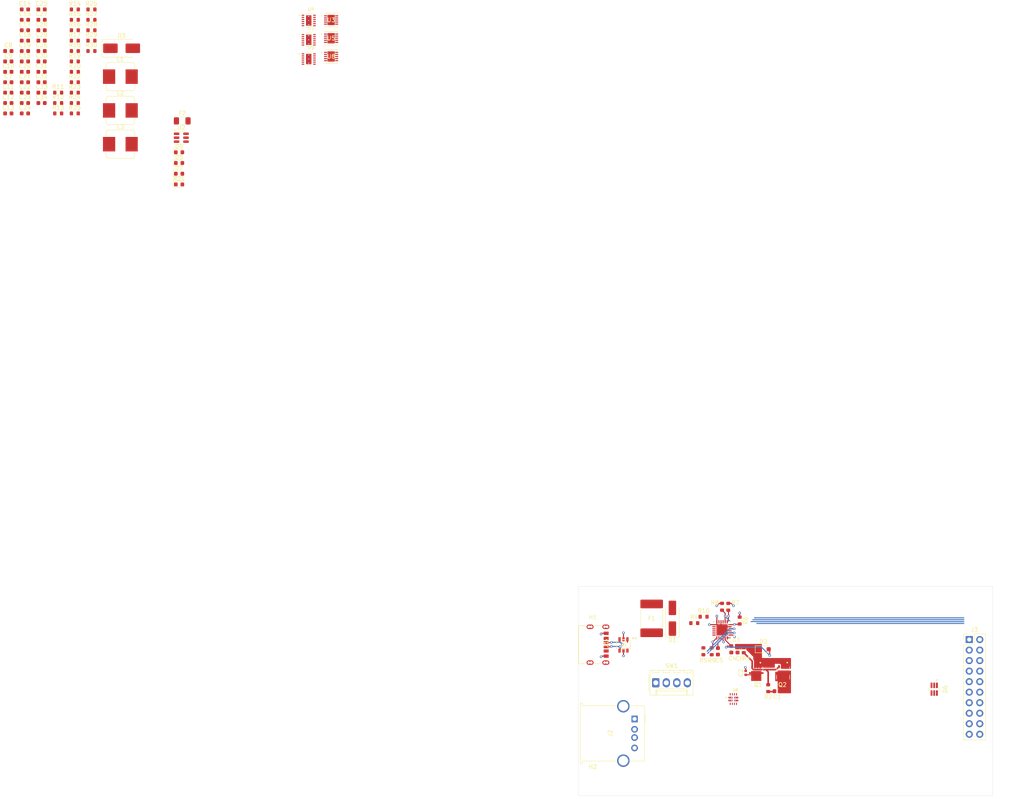
<source format=kicad_pcb>
(kicad_pcb (version 20241229) (generator "pcbnew") (generator_version "9.0")
  (layers (0 "F.Cu" mixed) (4 "In1.Cu" power) (6 "In2.Cu" signal) (2 "B.Cu" power) (13 "F.Paste" user) (15 "B.Paste" user) (5 "F.SilkS" user "F.Silkscreen") (7 "B.SilkS" user "B.Silkscreen") (1 "F.Mask" user) (3 "B.Mask" user) (25 "Edge.Cuts" user))
  (net 0 "")
  (net 1 "Net-(C1-Pad1)")
  (net 2 "/+20V_VBUS_PD_SYS")
  (net 3 "GND")
  (net 4 "Net-(C15-Pad1)")
  (net 5 "/VREG_2V7")
  (net 6 "/VREG_1V1")
  (net 7 "/VDD")
  (net 8 "/VIN_AON")
  (net 9 "Net-(U4-BOOT)")
  (net 10 "Net-(U4-SW)")
  (net 11 "/VOUT1")
  (net 12 "/+3V3_AON")
  (net 13 "Net-(U4-FB)")
  (net 14 "Net-(C24-Pad1)")
  (net 15 "/+3V3_MAIN")
  (net 16 "Net-(U7-BOOT)")
  (net 17 "Net-(U7-SW)")
  (net 18 "/VOUT2")
  (net 19 "/SS")
  (net 20 "Net-(U7-FB)")
  (net 21 "Net-(C34-Pad1)")
  (net 22 "/+5V_MAIN")
  (net 23 "Net-(U9-BOOT)")
  (net 24 "Net-(U9-SW)")
  (net 25 "/VOUT3")
  (net 26 "unconnected-(CR1-Pad1)")
  (net 27 "Net-(U9-FB)")
  (net 28 "/CC1")
  (net 29 "/CC2")
  (net 30 "/PG_3V3_AON")
  (net 31 "/PG_3V3")
  (net 32 "/PG_5V")
  (net 33 "Net-(J2-D-)")
  (net 34 "Net-(J2-D+)")
  (net 35 "/EN")
  (net 36 "/D+")
  (net 37 "/SCL")
  (net 38 "/PG")
  (net 39 "/~{ALERT}")
  (net 40 "/D-")
  (net 41 "/SDA")
  (net 43 "/+20V_VBUS_PD")
  (net 44 "/+5V_VBUS_PC")
  (net 45 "/RESET")
  (net 46 "Net-(D6-Pad4)")
  (net 47 "Net-(U9-PG)")
  (net 48 "/+20V_VBUS_EN")
  (net 49 "/+20V_VBUS_VS_DISCH")
  (net 50 "/+20V_VBUS_EN_SNK")
  (net 51 "/+20V_DISCH")
  (net 52 "/OV1")
  (net 53 "/OV2")
  (net 54 "/+5V_VBUS_PC_SYS")
  (net 55 "/ILIM")
  (net 64 "/+20V_VBUS_PD_RAW")
  (net 65 "/+5V_VBUS_PC_RAW")
  (footprint "Resistor_SMD:R_0603_1608Metric" (layer "F.Cu") (at 132.5725 60.26)
    (property "Reference" "R26")
    (property "Value" "100k")
  )
  (footprint "Footprints:SOP65P222X120-6N" (layer "F.Cu") (at 335.85 224.325 -90)
    (property "Reference" "D6")
    (property "Value" "BAT54TW-TP")
  )
  (footprint "Capacitor_SMD:C_0603_1608Metric" (layer "F.Cu") (at 120.5425 80.34)
    (property "Reference" "C33")
    (property "Value" "22u")
  )
  (footprint "Capacitor_SMD:C_0603_1608Metric" (layer "F.Cu") (at 120.5425 75.32)
    (property "Reference" "C31")
    (property "Value" "33u")
  )
  (footprint "Capacitor_SMD:C_0603_1608Metric" (layer "F.Cu") (at 120.5425 65.28)
    (property "Reference" "C28")
    (property "Value" "4u7")
  )
  (footprint "Resistor_SMD:R_0603_1608Metric" (layer "F.Cu") (at 295.8 224.075 -90)
    (property "Reference" "R2")
    (property "Value" "100")
  )
  (footprint "Capacitor_SMD:C_0603_1608Metric" (layer "F.Cu") (at 112.5225 77.83)
    (property "Reference" "C7")
    (property "Value" "100n")
  )
  (footprint "Footprints:TRANS_STL6P3LLH6" (layer "F.Cu") (at 292.925 220.425 -90)
    (property "Reference" "Q1")
    (property "Value" "STL6P3LLH6")
  )
  (footprint "Resistor_SMD:R_0603_1608Metric" (layer "F.Cu") (at 128.5625 72.81)
    (property "Reference" "R19")
    (property "Value" "100k")
  )
  (footprint "Resistor_SMD:R_0603_1608Metric" (layer "F.Cu") (at 284.675 204.425 -90)
    (property "Reference" "R8")
    (property "Value" "4k7")
  )
  (footprint "Capacitor_SMD:C_0603_1608Metric" (layer "F.Cu") (at 120.5425 72.81)
    (property "Reference" "C30")
    (property "Value" "33u")
  )
  (footprint "Inductor_SMD:L_Bourns_SRP7028A_7.3x6.6mm" (layer "F.Cu") (at 139.5525 76.48)
    (property "Reference" "L1")
    (property "Value" "3u3")
  )
  (footprint "Capacitor_SMD:C_0603_1608Metric" (layer "F.Cu") (at 298.1 224.8)
    (property "Reference" "C1")
    (property "Value" "100n")
  )
  (footprint "Resistor_SMD:R_0603_1608Metric" (layer "F.Cu") (at 132.5725 65.28)
    (property "Reference" "R28")
    (property "Value" "19k1")
  )
  (footprint "Capacitor_SMD:C_0603_1608Metric" (layer "F.Cu") (at 116.5325 70.3)
    (property "Reference" "C19")
    (property "Value" "100n")
  )
  (footprint "Resistor_SMD:R_0603_1608Metric" (layer "F.Cu") (at 128.5625 70.3)
    (property "Reference" "R18")
    (property "Value" "18k")
  )
  (footprint "Resistor_SMD:R_0603_1608Metric" (layer "F.Cu") (at 282.175 215.175 90)
    (property "Reference" "R9")
    (property "Value" "4k7")
  )
  (footprint "Resistor_SMD:R_0603_1608Metric" (layer "F.Cu") (at 280.175 215.175 -90)
    (property "Reference" "R5")
    (property "Value" "22k")
  )
  (footprint "Capacitor_SMD:C_0603_1608Metric" (layer "F.Cu") (at 112.5225 80.34)
    (property "Reference" "C11")
    (property "Value" "47u")
  )
  (footprint "Package_TO_SOT_SMD:SOT-23-6" (layer "F.Cu") (at 154.2425 91.215)
    (property "Reference" "U2")
    (property "Value" "USBLC6-2SC6")
  )
  (footprint "Inductor_SMD:L_Bourns_SRP7028A_7.3x6.6mm" (layer "F.Cu") (at 139.5525 92.78)
    (property "Reference" "L3")
    (property "Value" "4u7")
  )
  (footprint "MountingHole:MountingHole_2.5mm" (layer "F.Cu") (at 253.5 246.5)
    (property "Reference" "H2")
    (property "Value" "MountingHole")
  )
  (footprint "Capacitor_SMD:C_0603_1608Metric" (layer "F.Cu") (at 116.5325 72.81)
    (property "Reference" "C16")
    (property "Value" "100n")
  )
  (footprint "Inductor_SMD:L_Bourns_SRP7028A_7.3x6.6mm" (layer "F.Cu") (at 139.5525 84.63)
    (property "Reference" "L2")
    (property "Value" "3u3")
  )
  (footprint "Footprints:IC_TPS2121RUXR" (layer "F.Cu") (at 287.4 226.7)
    (property "Reference" "U6")
    (property "Value" "TPS2121RUXR")
  )
  (footprint "Resistor_SMD:R_0603_1608Metric" (layer "F.Cu") (at 124.5525 82.85)
    (property "Reference" "R12")
    (property "Value" "100k")
  )
  (footprint "Capacitor_SMD:C_0603_1608Metric" (layer "F.Cu") (at 116.5325 65.28)
    (property "Reference" "C17")
    (property "Value" "4u7")
  )
  (footprint "Resistor_SMD:R_0603_1608Metric" (layer "F.Cu") (at 132.5725 67.79)
    (property "Reference" "R29")
    (property "Value" "10k")
  )
  (footprint "Capacitor_SMD:C_0603_1608Metric" (layer "F.Cu") (at 120.5425 70.3)
    (property "Reference" "C26")
    (property "Value" "100n")
  )
  (footprint "Resistor_SMD:R_0603_1608Metric" (layer "F.Cu") (at 132.5725 62.77)
    (property "Reference" "R27")
    (property "Value" "100k")
  )
  (footprint "Capacitor_SMD:C_0603_1608Metric" (layer "F.Cu") (at 120.5425 77.83)
    (property "Reference" "C32")
    (property "Value" "22u")
  )
  (footprint "Connector_PinHeader_2.54mm:PinHeader_2x10_P2.54mm_Vertical" (layer "F.Cu") (at 344.3 212.34)
    (property "Reference" "J3")
    (property "Value" "Conn_02x10_Counter_Clockwise")
  )
  (footprint "Fuse:Fuse_2920_7451Metric_Pad2.10x5.45mm_HandSolder" (layer "F.Cu") (at 267.7 207.225 90)
    (property "Reference" "F1")
    (property "Value" "SMDC300F/24-2")
  )
  (footprint "Footprints:CONV_LMR51450SDRRR" (layer "F.Cu") (at 184.98 62.93)
    (property "Reference" "U4")
    (property "Value" "LMR51450SDRRR")
  )
  (footprint "Resistor_SMD:R_0603_1608Metric" (layer "F.Cu") (at 128.5625 65.28)
    (property "Reference" "R16")
    (property "Value" "5k")
  )
  (footprint "Resistor_SMD:R_0603_1608Metric" (layer "F.Cu") (at 128.5625 85.36)
    (property "Reference" "R25")
    (property "Value" "1k")
  )
  (footprint "Capacitor_SMD:C_0603_1608Metric" (layer "F.Cu") (at 112.5225 85.36)
    (property "Reference" "C13")
    (property "Value" "22u")
  )
  (footprint "LED_SMD:LED_0603_1608Metric" (layer "F.Cu") (at 153.7125 99.91)
    (property "Reference" "D7")
    (property "Value" "LED")
  )
  (footprint "Footprints:CONV_LMR51450SDRRR" (layer "F.Cu") (at 184.98 72.23)
    (property "Reference" "U9")
    (property "Value" "LMR51450SDRRR")
  )
  (footprint "Diode_SMD:D_SMA_Handsoldering" (layer "F.Cu") (at 272.7 207.2 90)
    (property "Reference" "D1")
    (property "Value" "SMBJ24A")
  )
  (footprint "Resistor_SMD:R_0603_1608Metric" (layer "F.Cu") (at 288.925 207.75 -90)
    (property "Reference" "R6")
    (property "Value" "4k7")
  )
  (footprint "Connector_Molex:Molex_KK-254_AE-6410-04A_1x04_P2.54mm_Vertical" (layer "F.Cu") (at 268.69 222.77)
    (property "Reference" "SW1")
    (property "Value" "SW_DPST")
  )
  (footprint "Capacitor_SMD:C_0603_1608Metric" (layer "F.Cu") (at 112.5225 72.81)
    (property "Reference" "C9")
    (property "Value" "4u7")
  )
  (footprint "Resistor_SMD:R_0603_1608Metric" (layer "F.Cu") (at 280.225 206.825)
    (property "Reference" "R10")
    (property "Value" "1k")
  )
  (footprint "Resistor_SMD:R_0603_1608Metric" (layer "F.Cu") (at 124.5525 80.34)
    (property "Reference" "R11")
    (property "Value" "1k")
  )
  (footprint "Resistor_SMD:R_0603_1608Metric" (layer "F.Cu") (at 124.5525 85.36)
    (property "Reference" "R13")
    (property "Value" "100k")
  )
  (footprint "Capacitor_SMD:C_0603_1608Metric" (layer "F.Cu") (at 116.5325 82.85)
    (property "Reference" "C23")
    (property "Value" "22u")
  )
  (footprint "LED_SMD:LED_0603_1608Metric" (layer "F.Cu") (at 153.7125 97.32)
    (property "Reference" "D5")
    (property "Value" "LED")
  )
  (footprint "Resistor_SMD:R_0603_1608Metric" (layer "F.Cu") (at 128.5625 75.32)
    (property "Reference" "R20")
    (property "Value" "5k")
  )
  (footprint "Resistor_SMD:R_0603_1608Metric" (layer "F.Cu") (at 128.5625 60.26)
    (property "Reference" "R14")
    (property "Value" "31k6")
  )
  (footprint "Footprints:DFN_4SPUR_STM-L" (layer "F.Cu") (at 190.380526 62.8068)
    (property "Reference" "U3")
    (property "Value" "STEF4SPUR")
  )
  (footprint "Footprints:2171750001_MOL" (layer "F.Cu") (at 253.68805 213.582542 -90)
    (property "Reference" "J1")
    (property "Value" "2171750001")
    (fp_line (start -4.318 1.143) (end -4.318 0.5588) (stroke (width 0.01)) (layer "Edge.Cuts"))
    (fp_line (start 4.318 1.143) (end 4.318 0.5588) (stroke (width 0.01)) (layer "Edge.Cuts"))
    (fp_line (start -4.318 -2.667) (end -4.318 -3.2512) (stroke (width 0.01)) (layer "Edge.Cuts"))
    (fp_line (start 4.318 -2.667) (end 4.318 -3.2512) (stroke (width 0.01)) (layer "Edge.Cuts"))
  )
  (footprint "Capacitor_SMD:C_0603_1608Metric" (layer "F.Cu") (at 116.5325 62.77)
    (property "Reference" "C15")
    (property "Value" "33p")
  )
  (footprint "Capacitor_SMD:C_0603_1608Metric" (layer "F.Cu") (at 112.5225 82.85)
    (property "Reference" "C12")
    (property "Value" "47u")
  )
  (footprint "Footprints:TRANS_STL6P3LLH6" (layer "F.Cu") (at 299.4 220.4 -90)
    (property "Reference" "Q2")
    (property "Value" "STL6P3LLH6")
  )
  (footprint "Footprints:DFN_4SPUR_STM-L" (layer "F.Cu") (at 190.380526 67.2104)
    (property "Reference" "U5")
    (property "Value" "STEF4SPUR")
  )
  (footprint "LED_SMD:LED_0603_1608Metric" (layer "F.Cu") (at 153.7125 94.73)
    (property "Reference" "D4")
    (property "Value" "LED")
  )
  (footprint "Capacitor_SMD:C_0603_1608Metric" (layer "F.Cu") (at 116.5325 77.83)
    (property "Reference" "C21")
    (property "Value" "47u")
  )
  (footprint "Capacitor_SMD:C_0603_1608Metric" (layer "F.Cu") (at 116.5325 85.36)
    (property "Reference" "C24")
    (property "Value" "33p")
  )
  (footprint "Capacitor_SMD:C_0402_1005Metric" (layer "F.Cu") (at 290.375 220.375 90)
    (property "Reference" "C2")
    (property "Value" "1u")
  )
  (footprint "Resistor_SMD:R_0603_1608Metric" (layer "F.Cu") (at 128.5625 82.85)
    (property "Reference" "R24")
    (property "Value" "10k")
  )
  (footprint "Connector_USB:USB_A_Molex_67643_Horizontal" (layer "F.Cu") (at 263.5775 231.5 -90)
    (property "Reference" "J2")
    (property "Value" "USB_A")
  )
  (footprint "Capacitor_SMD:C_0603_1608Metric" (layer "F.Cu") (at 116.5325 75.32)
    (property "Reference" "C20")
    (property "Value" "47u")
  )
  (footprint "Capacitor_SMD:C_0603_1608Metric" (layer "F.Cu") (at 120.5425 60.26)
    (property "Reference" "C25")
    (property "Value" "1u")
  )
  (footprint "Resistor_SMD:R_0603_1608Metric" (layer "F.Cu") (at 128.5625 67.79)
    (property "Reference" "R17")
    (property "Value" "1k")
  )
  (footprint "Capacitor_SMD:C_0603_1608Metric" (layer "F.Cu") (at 283.675 215.175 -90)
    (property "Reference" "C5")
    (property "Value" "1u")
  )
  (footprint "Capacitor_SMD:C_0603_1608Metric" (layer "F.Cu") (at 120.5425 67.79)
    (property "Reference" "C29")
    (property "Value" "100n")
  )
  (footprint "Footprints:CONV_LMR51450SDRRR" (layer "F.Cu") (at 184.98 67.58)
    (property "Reference" "U7")
    (property "Value" "LMR51450SDRRR")
  )
  (footprint "Resistor_SMD:R_0603_1608Metric" (layer "F.Cu") (at 277.975 208.375)
    (property "Reference" "R4")
    (property "Value" "1k")
  )
  (footprint "Footprints:SOT23-6L_STM" (layer "F.Cu") (at 260.9 213.63475 -90)
    (property "Reference" "CR1")
    (property "Value" "ESDA25SC6")
  )
  (footprint "Resistor_SMD:R_0603_1608Metric" (layer "F.Cu") (at 128.5625 80.34)
    (property "Reference" "R23")
    (property "Value" "31k6")
  )
  (footprint "Resistor_SMD:R_0603_1608Metric" (layer "F.Cu") (at 128.5625 62.77)
    (property "Reference" "R15")
    (property "Value" "91k")
  )
  (footprint "Capacitor_SMD:C_0603_1608Metric" (layer "F.Cu") (at 116.5325 60.26)
    (property "Reference" "C14")
    (property "Value" "22u")
  )
  (footprint "Capacitor_SMD:C_0603_1608Metric" (layer "F.Cu") (at 112.5225 75.32)
    (property "Reference" "C10")
    (property "Value" "100n")
  )
  (footprint "Capacitor_SMD:C_0603_1608Metric" (layer "F.Cu") (at 120.5425 62.77)
    (property "Reference" "C27")
    (property "Value" "4u7")
  )
  (footprint "Resistor_SMD:R_0603_1608Metric" (layer "F.Cu") (at 128.5625 77.83)
    (property "Reference" "R22")
    (property "Value" "100k")
  )
  (footprint "Capacitor_SMD:C_0603_1608Metric" (layer "F.Cu") (at 116.5325 67.79)
    (property "Reference" "C18")
    (property "Value" "4u7")
  )
  (footprint "Capacitor_SMD:C_0603_1608Metric" (layer "F.Cu") (at 120.5425 82.85)
    (property "Reference" "C34")
    (property "Value" "33p")
  )
  (footprint "Diode_SMD:D_SMB_Handsoldering" (layer "F.Cu") (at 139.8475 69.63)
    (property "Reference" "D3")
    (property "Value" "SMBJ5.0A")
  )
  (footprint "Footprints:QFN50P400X400X90-25N" (layer "F.Cu") (at 284.675 209.995 180)
    (property "Reference" "U1")
    (property "Value" "STUSB4500QTR")
  )
  (footprint "Resistor_SMD:R_0603_1608Metric" (layer "F.Cu") (at 132.5725 70.3)
    (property "Reference" "R30")
    (property "Value" "20k")
  )
  (footprint "Diode_SMD:D_0603_1608Metric" (layer "F.Cu") (at 153.7125 102.5)
    (property "Reference" "R21")
    (property "Value" "24k")
  )
  (footprint "MountingHole:MountingHole_2.5mm" (layer "F.Cu") (at 253.5 203.5)
    (property "Reference" "H1")
    (property "Value" "MountingHole")
  )
  (footprint "Resistor_SMD:R_0603_1608Metric" (layer "F.Cu") (at 286.175 204.425 -90)
    (property "Reference" "R7")
    (property "Value" "4k7")
  )
  (footprint "Capacitor_SMD:C_0603_1608Metric" (layer "F.Cu") (at 288.4125 214.6875 -90)
    (property "Reference" "C6")
    (property "Value" "1u")
  )
  (footprint "Resistor_SMD:R_0603_1608Metric" (layer "F.Cu") (at 289.9125 214.6875 90)
    (property "Reference" "R1")
    (property "Value" "100k")
  )
  (footprint "Fuse:Fuse_1206_3216Metric" (layer "F.Cu") (at 154.4725 87.16)
    (property "Reference" "F2")
    (property "Value" "1206L050YR")
  )
  (footprint "Capacitor_SMD:C_0603_1608Metric" (layer "F.Cu") (at 286.9125 214.6875 -90)
    (property "Reference" "C4")
    (property "Value" "1u")
  )
  (footprint "Capacitor_SMD:C_0603_1608Metric" (layer "F.Cu") (at 112.5225 70.3)
    (property "Reference" "C8")
    (property "Value" "4u7")
  )
  (footprint "Footprints:DFN_4SPUR_STM-L" (layer "F.Cu") (at 190.380526 71.614)
    (property "Reference" "U8")
    (property "Value" "STEF4SPUR")
  )
  (footprint "Diode_SMD:D_SOD-323_HandSoldering" (layer "F.Cu") (at 294.675 214.675)
    (property "Reference" "D2")
    (property "Value" "D_Schottky")
  )
  (footprint "Capacitor_SMD:C_0603_1608Metric" (layer "F.Cu") (at 116.5325 80.34)
    (property "Reference" "C22")
    (property "Value" "22u")
  )
  (gr_rect (start 250 199.5) (end 350 250) (stroke (width 0.05)) (fill no) (layer "Edge.Cuts"))
  (segment (start 297.225 224.9) (end 297.325 224.8) (width 0.25) (layer "F.Cu") (net 1))
  (segment (start 295.8 224.9) (end 297.225 224.9) (width 0.4) (layer "F.Cu") (net 1))
  (segment (start 298.875 224.8) (end 298.875 221.625) (width 0.4) (layer "F.Cu") (net 2))
  (segment (start 298.875 221.625) (end 299.4 221.1) (width 0.25) (layer "F.Cu") (net 2))
  (segment (start 282.233058 208.733058) (end 282.245 208.745) (width 0.25) (layer "F.Cu") (net 3))
  (segment (start 255.667398 210.832602) (end 255.5 211) (width 0.25) (layer "F.Cu") (net 3))
  (segment (start 281.616942 208.733058) (end 282.233058 208.733058) (width 0.25) (layer "F.Cu") (net 3))
  (segment (start 285.425 209.245) (end 284.675 209.995) (width 0.25) (layer "F.Cu") (net 3))
  (segment (start 286.605 209.245) (end 285.425 209.245) (width 0.25) (layer "F.Cu") (net 3))
  (segment (start 283.425 208.065) (end 283.425 206.675) (width 0.25) (layer "F.Cu") (net 3))
  (segment (start 260.9 215) (end 260.9 216.2695) (width 0.25) (layer "F.Cu") (net 3))
  (segment (start 290.375 219.895) (end 290.375 219.175) (width 0.25) (layer "F.Cu") (net 3))
  (segment (start 284.425 209.745) (end 284.675 209.995) (width 0.25) (layer "F.Cu") (net 3))
  (segment (start 286.175 203.6) (end 286.85 203.6) (width 0.25) (layer "F.Cu") (net 3))
  (segment (start 284.925 210.245) (end 284.925 211.925) (width 0.25) (layer "F.Cu") (net 3))
  (segment (start 283.425 208.065) (end 283.425 208.745) (width 0.25) (layer "F.Cu") (net 3))
  (segment (start 284.925 212.808187) (end 285.049948 212.933135) (width 0.25) (layer "F.Cu") (net 3))
  (segment (start 282.245 208.745) (end 282.745 208.745) (width 0.25) (layer "F.Cu") (net 3))
  (segment (start 288.925 206.925) (end 288.925 205.925) (width 0.25) (layer "F.Cu") (net 3))
  (segment (start 284.675 209.995) (end 284.925 210.245) (width 0.25) (layer "F.Cu") (net 3))
  (segment (start 282.745 208.745) (end 283.425 208.745) (width 0.25) (layer "F.Cu") (net 3))
  (segment (start 256.72233 210.832602) (end 255.667398 210.832602) (width 0.25) (layer "F.Cu") (net 3))
  (segment (start 255.667458 216.332542) (end 255.5 216.5) (width 0.25) (layer "F.Cu") (net 3))
  (segment (start 284.925 211.925) (end 284.925 212.808187) (width 0.25) (layer "F.Cu") (net 3))
  (segment (start 284 203.6) (end 283.425 204.175) (width 0.25) (layer "F.Cu") (net 3))
  (segment (start 286.605 211.245) (end 287.245 211.245) (width 0.25) (layer "F.Cu") (net 3))
  (segment (start 286.85 203.6) (end 287.425 204.175) (width 0.25) (layer "F.Cu") (net 3))
  (segment (start 260.9 212.2695) (end 260.9 210.7695) (width 0.25) (layer "F.Cu") (net 3))
  (segment (start 283.425 208.745) (end 284.675 209.995) (width 0.25) (layer "F.Cu") (net 3))
  (segment (start 290.375 219.175) (end 290.3 219.1) (width 0.25) (layer "F.Cu") (net 3))
  (segment (start 256.72245 216.332542) (end 255.667458 216.332542) (width 0.25) (layer "F.Cu") (net 3))
  (segment (start 284.425 208.065) (end 284.425 209.745) (width 0.25) (layer "F.Cu") (net 3))
  (segment (start 284.675 203.6) (end 284 203.6) (width 0.25) (layer "F.Cu") (net 3))
  (segment (start 287.245 211.245) (end 287.675 211.675) (width 0.25) (layer "F.Cu") (net 3))
  (via (at 287.425 204.175) (size 0.6) (drill 0.3) (layers "F.Cu" "B.Cu") (net 3))
  (via (at 287.675 211.675) (size 0.6) (drill 0.3) (layers "F.Cu" "B.Cu") (net 3))
  (via (at 255.5 216.5) (size 0.6) (drill 0.3) (layers "F.Cu" "B.Cu") (net 3))
  (via (at 288.925 205.925) (size 0.6) (drill 0.3) (layers "F.Cu" "B.Cu") (net 3))
  (via (at 260.9 210.7) (size 0.6) (drill 0.3) (layers "F.Cu" "B.Cu") (net 3))
  (via (at 281.616942 208.733058) (size 0.6) (drill 0.3) (layers "F.Cu" "B.Cu") (net 3))
  (via (at 283.425 206.675) (size 0.6) (drill 0.3) (layers "F.Cu" "B.Cu") (net 3))
  (via (at 283.425 204.175) (size 0.6) (drill 0.3) (layers "F.Cu" "B.Cu") (net 3))
  (via (at 260.9 216.2695) (size 0.6) (drill 0.3) (layers "F.Cu" "B.Cu") (net 3))
  (via (at 285.049948 212.933135) (size 0.6) (drill 0.3) (layers "F.Cu" "B.Cu") (net 3))
  (via (at 290.3 219.1) (size 0.6) (drill 0.3) (layers "F.Cu" "B.Cu") (net 3))
  (via (at 255.5 211) (size 0.6) (drill 0.3) (layers "F.Cu" "B.Cu") (net 3))
  (segment (start 285.9375 213.9125) (end 285.675 214.175) (width 0.25) (layer "F.Cu") (net 5))
  (segment (start 285.425 212.425) (end 286.9125 213.9125) (width 0.25) (layer "F.Cu") (net 5))
  (segment (start 286.9125 213.9125) (end 285.9375 213.9125) (width 0.25) (layer "F.Cu") (net 5))
  (segment (start 285.425 211.925) (end 285.425 212.425) (width 0.25) (layer "F.Cu") (net 5))
  (segment (start 296.175 216.175) (end 296.175 214.925) (width 0.25) (layer "F.Cu") (net 5))
  (segment (start 296.175 214.925) (end 295.925 214.675) (width 0.25) (layer "F.Cu") (net 5))
  (via (at 296.175 216.175) (size 0.6) (drill 0.3) (layers "F.Cu" "B.Cu") (net 5))
  (via (at 285.675 214.175) (size 0.6) (drill 0.3) (layers "F.Cu" "B.Cu") (net 5))
  (segment (start 285.675 214.175) (end 294.175 214.175) (width 0.25) (layer "B.Cu") (net 5))
  (segment (start 294.175 214.175) (end 296.175 216.175) (width 0.25) (layer "B.Cu") (net 5))
  (segment (start 284.425 211.925) (end 284.425 212.399758) (width 0.25) (layer "F.Cu") (net 6))
  (segment (start 284.425 212.399758) (end 283.675 213.149758) (width 0.25) (layer "F.Cu") (net 6))
  (segment (start 283.675 213.149758) (end 283.675 214.4) (width 0.25) (layer "F.Cu") (net 6))
  (segment (start 292.6 216.55) (end 292.6 218.9) (width 0.4) (layer "F.Cu") (net 7))
  (segment (start 285.925 211.925) (end 286.7 211.925) (width 0.25) (layer "F.Cu") (net 7))
  (segment (start 289.9125 213.8625) (end 292.6 216.55) (width 0.4) (layer "F.Cu") (net 7))
  (segment (start 292.6 218.9) (end 293.9 218.9) (width 0.4) (layer "F.Cu") (net 7))
  (segment (start 288.4125 213.9125) (end 289.8625 213.9125) (width 0.4) (layer "F.Cu") (net 7))
  (segment (start 292.3625 213.8625) (end 293.175 214.675) (width 0.4) (layer "F.Cu") (net 7))
  (segment (start 293.175 214.675) (end 293.425 214.675) (width 0.25) (layer "F.Cu") (net 7))
  (segment (start 292.3625 213.8625) (end 289.9125 213.8625) (width 0.4) (layer "F.Cu") (net 7))
  (segment (start 289.8625 213.9125) (end 289.9125 213.8625) (width 0.25) (layer "F.Cu") (net 7))
  (segment (start 261.850001 213.00845) (end 261.850001 212.2695) (width 0.25) (layer "F.Cu") (net 26))
  (segment (start 260.65 213.5) (end 259.949999 212.799999) (width 0.25) (layer "F.Cu") (net 28))
  (segment (start 287.605 209.745) (end 286.605 209.745) (width 0.25) (layer "F.Cu") (net 28))
  (segment (start 257.917458 213.082542) (end 258 213) (width 0.25) (layer "F.Cu") (net 28))
  (segment (start 256.72245 213.082542) (end 257.917458 213.082542) (width 0.25) (layer "F.Cu") (net 28))
  (segment (start 259.949999 212.799999) (end 259.949999 212.2695) (width 0.25) (layer "F.Cu") (net 28))
  (via (at 287.605 209.745) (size 0.6) (drill 0.3) (layers "F.Cu" "B.Cu") (net 28))
  (via (at 260.65 213.5) (size 0.6) (drill 0.3) (layers "F.Cu" "B.Cu") (net 28))
  (via (at 258 213) (size 0.6) (drill 0.3) (layers "F.Cu" "B.Cu") (net 28))
  (segment (start 286.560298 209.675) (end 281.060298 215.175) (width 0.25) (layer "B.Cu") (net 28))
  (segment (start 260.15 213) (end 258 213) (width 0.25) (layer "B.Cu") (net 28))
  (segment (start 260.65 213.5) (end 260.15 213) (width 0.25) (layer "B.Cu") (net 28))
  (segment (start 287.535 209.675) (end 286.560298 209.675) (width 0.25) (layer "B.Cu") (net 28))
  (segment (start 287.605 209.745) (end 287.535 209.675) (width 0.25) (layer "B.Cu") (net 28))
  (segment (start 256.72245 214.082542) (end 257.917458 214.082542) (width 0.25) (layer "F.Cu") (net 29))
  (segment (start 260.084313 214.065687) (end 260.084313 214.865686) (width 0.25) (layer "F.Cu") (net 29))
  (segment (start 287.605 210.745) (end 286.605 210.745) (width 0.25) (layer "F.Cu") (net 29))
  (segment (start 287.610191 210.739809) (end 287.605 210.745) (width 0.25) (layer "F.Cu") (net 29))
  (segment (start 259.949999 215.219501) (end 259.949999 215) (width 0.25) (layer "F.Cu") (net 29))
  (segment (start 257.917458 214.082542) (end 258 214) (width 0.25) (layer "F.Cu") (net 29))
  (segment (start 287.610191 210.73779) (end 287.610191 210.739809) (width 0.25) (layer "F.Cu") (net 29))
  (segment (start 260.084313 214.865686) (end 259.949999 215) (width 0.25) (layer "F.Cu") (net 29))
  (via (at 287.610191 210.73779) (size 0.6) (drill 0.3) (layers "F.Cu" "B.Cu") (net 29))
  (via (at 258 214) (size 0.6) (drill 0.3) (layers "F.Cu" "B.Cu") (net 29))
  (via (at 260.084313 214.065687) (size 0.6) (drill 0.3) (layers "F.Cu" "B.Cu") (net 29))
  (segment (start 259.65 214) (end 258 214) (width 0.25) (layer "B.Cu") (net 29))
  (segment (start 260.024 214.126) (end 260.084313 214.065687) (width 0.25) (layer "B.Cu") (net 29))
  (segment (start 259.776 214.126) (end 260.024 214.126) (width 0.25) (layer "B.Cu") (net 29))
  (segment (start 287.610191 210.73779) (end 287.547401 210.675) (width 0.25) (layer "B.Cu") (net 29))
  (segment (start 286.198108 210.675) (end 281.198108 215.675) (width 0.25) (layer "B.Cu") (net 29))
  (segment (start 259.65 214) (end 259.776 214.126) (width 0.25) (layer "B.Cu") (net 29))
  (segment (start 287.547401 210.675) (end 286.198108 210.675) (width 0.25) (layer "B.Cu") (net 29))
  (segment (start 286.225003 207.764997) (end 285.925 208.065) (width 0.25) (layer "F.Cu") (net 37))
  (segment (start 286.225003 206.675) (end 286.225003 207.764997) (width 0.25) (layer "F.Cu") (net 37))
  (segment (start 286.225003 206.675) (end 286.225003 205.300003) (width 0.25) (layer "F.Cu") (net 37))
  (segment (start 286.225003 205.300003) (end 286.175 205.25) (width 0.25) (layer "F.Cu") (net 37))
  (via (at 286.225003 206.675) (size 0.6) (drill 0.3) (layers "F.Cu" "B.Cu") (net 37))
  (segment (start 292.099003 207.549) (end 343 207.549) (width 0.25) (layer "B.Cu") (net 37))
  (segment (start 283.425 211.925) (end 282.425 212.925) (width 0.25) (layer "F.Cu") (net 39))
  (segment (start 282.425 214.1) (end 282.175 214.35) (width 0.25) (layer "F.Cu") (net 39))
  (segment (start 282.425 212.925) (end 282.425 214.1) (width 0.25) (layer "F.Cu") (net 39))
  (via (at 282.425 212.925) (size 0.6) (drill 0.3) (layers "F.Cu" "B.Cu") (net 39))
  (segment (start 292.5 207.098) (end 292.7 207.098) (width 0.25) (layer "B.Cu") (net 39))
  (segment (start 292.7 207.098) (end 343 207.098) (width 0.25) (layer "B.Cu") (net 39))
  (segment (start 285.425 208.065) (end 285.425 206.675) (width 0.25) (layer "F.Cu") (net 41))
  (segment (start 285.425 206) (end 284.675 205.25) (width 0.25) (layer "F.Cu") (net 41))
  (segment (start 285.425 206.675) (end 285.425 206) (width 0.25) (layer "F.Cu") (net 41))
  (via (at 285.425 206.675) (size 0.6) (drill 0.3) (layers "F.Cu" "B.Cu") (net 41))
  (segment (start 285.425 206.760295) (end 286.589705 207.925) (width 0.25) (layer "B.Cu") (net 41))
  (segment (start 291.664705 208) (end 343 208) (width 0.25) (layer "B.Cu") (net 41))
  (segment (start 285.425 206.675) (end 285.425 206.760295) (width 0.25) (layer "B.Cu") (net 41))
  (segment (start 290.375 220.855) (end 292.655 220.855) (width 0.25) (layer "F.Cu") (net 43))
  (segment (start 292.655 220.855) (end 292.925 221.125) (width 0.25) (layer "F.Cu") (net 43))
  (segment (start 287.355 208.745) (end 287.425 208.675) (width 0.25) (layer "F.Cu") (net 45))
  (segment (start 287.675 208.675) (end 288.675 208.675) (width 0.25) (layer "F.Cu") (net 45))
  (segment (start 286.605 208.745) (end 287.355 208.745) (width 0.25) (layer "F.Cu") (net 45))
  (segment (start 288.675 208.675) (end 288.925 208.425) (width 0.25) (layer "F.Cu") (net 45))
  (via (at 287.675 208.675) (size 0.6) (drill 0.3) (layers "F.Cu" "B.Cu") (net 45))
  (segment (start 293.049 208.451) (end 343 208.451) (width 0.25) (layer "B.Cu") (net 45))
  (segment (start 292.2448 219.575) (end 292.1724 219.5026) (width 0.3) (layer "F.Cu") (net 48))
  (segment (start 292.1724 219.5026) (end 291.95 219.2802) (width 0.4) (layer "F.Cu") (net 48))
  (segment (start 295.8 220.138765) (end 295.256873 219.595638) (width 0.4) (layer "F.Cu") (net 48))
  (segment (start 291.95 218.9) (end 291.95 217.55) (width 0.4) (layer "F.Cu") (net 48))
  (segment (start 291.95 219.2802) (end 291.95 218.9) (width 0.4) (layer "F.Cu") (net 48))
  (segment (start 298.3 219) (end 298.425 218.875) (width 0.25) (layer "F.Cu") (net 48))
  (segment (start 297.704362 219.595638) (end 298.425 218.875) (width 0.4) (layer "F.Cu") (net 48))
  (segment (start 291.95 217.55) (end 289.9125 215.5125) (width 0.4) (layer "F.Cu") (net 48))
  (segment (start 295.256873 219.595638) (end 292.226673 219.595638) (width 0.4) (layer "F.Cu") (net 48))
  (segment (start 295.256873 219.595638) (end 297.704362 219.595638) (width 0.4) (layer "F.Cu") (net 48))
  (segment (start 295.8 223.25) (end 295.8 220.138765) (width 0.4) (layer "F.Cu") (net 48))
  (zone (net 2) (net_name "/+20V_VBUS_PD_SYS") (layer "F.Cu") (name "VBUS_PD_SYS") (connect_pads yes (clearance 0.25)) (min_thickness 0.25) (fill yes (thermal_gap 0.5) (thermal_bridge_width 0.5))
    (polygon (pts (xy 298.1 219.8) (xy 301.3 219.8) (xy 301.3 225.3) (xy 298.1 225.3) (xy 298.1 222.4) (xy 297.5 222.4) (xy 297.5 220.1) (xy 298.1 220.1)))
  )
  (zone (net 7) (net_name "/VDD") (layer "F.Cu") (name "VBUS_PD_SYS") (priority 1) (connect_pads yes (clearance 0.25)) (min_thickness 0.25) (fill yes (thermal_gap 0.5) (thermal_bridge_width 0.5))
    (polygon (pts (xy 301.3 219.4) (xy 301.3 216.8) (xy 294.3 216.8) (xy 294.3 213.4) (xy 287.8 213.4) (xy 287.8 214.7) (xy 290.4 214.6875) (xy 292.2 216.5) (xy 292.2 219.1) (xy 292.5 219.4) (xy 297.4 219.4) (xy 297.4 218.2) (xy 298.6 218.2) (xy 298.6 219.4)))
  )
)
</source>
